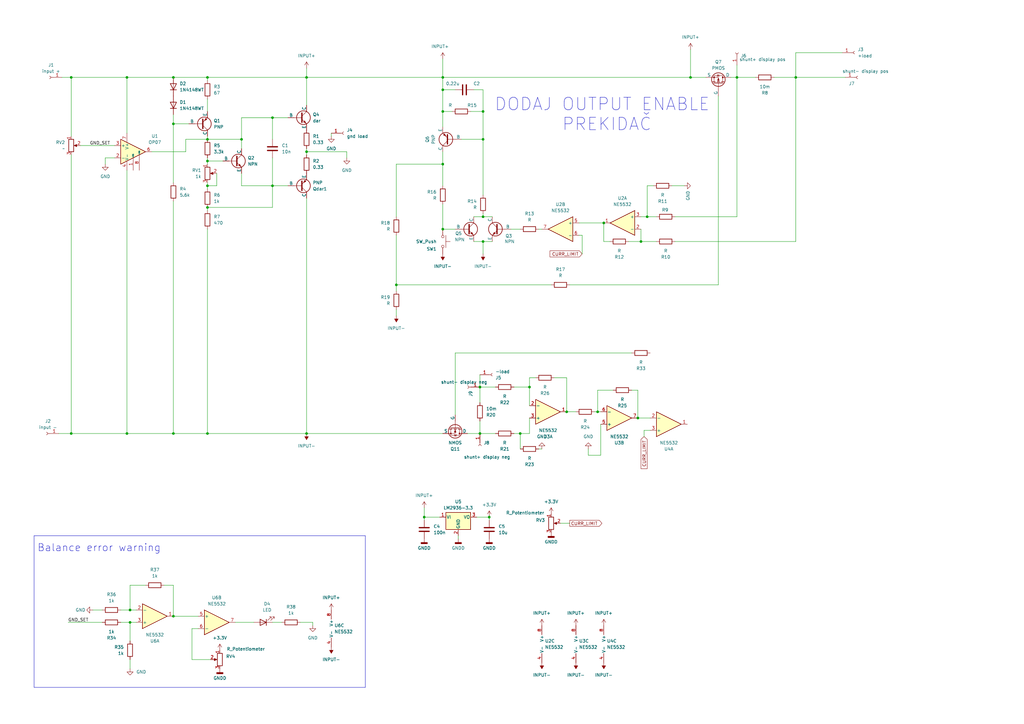
<source format=kicad_sch>
(kicad_sch (version 20250114) (generator "eeschema") (generator_version "9.0")
  (paper "A3")
  (rectangle (start 13.97 219.71) (end 149.86 281.94))
  (text "DODAJ OUTPUT ENABLE \nPREKIDAČ\n" (at 248.92 46.99 0) (effects (font (size 5.08 5.08))))
  (text "Balance error warning" (at 40.64 224.79 0) (effects (font (size 3 3))))
  (junction (at 265.43 88.9))
  (junction (at 71.12 31.75))
  (junction (at 302.26 31.75))
  (junction (at 29.21 31.75))
  (junction (at 326.39 31.75))
  (junction (at 53.34 250.19))
  (junction (at 181.61 45.72))
  (junction (at 198.12 57.15))
  (junction (at 196.85 177.8))
  (junction (at 53.34 255.27))
  (junction (at 85.09 85.09))
  (junction (at 200.66 212.09))
  (junction (at 283.21 31.75))
  (junction (at 213.36 177.8))
  (junction (at 217.17 158.75))
  (junction (at 85.09 66.04))
  (junction (at 85.09 57.15))
  (junction (at 85.09 31.75))
  (junction (at 111.76 48.26))
  (junction (at 111.76 76.2))
  (junction (at 52.07 31.75))
  (junction (at 29.21 177.8))
  (junction (at 125.73 62.23))
  (junction (at 261.62 171.45))
  (junction (at 52.07 177.8))
  (junction (at 181.61 36.83))
  (junction (at 71.12 50.8))
  (junction (at 181.61 67.31))
  (junction (at 198.12 99.06))
  (junction (at 162.56 116.84))
  (junction (at 125.73 177.8))
  (junction (at 99.06 57.15))
  (junction (at 262.89 99.06))
  (junction (at 173.99 212.09))
  (junction (at 198.12 88.9))
  (junction (at 232.41 168.91))
  (junction (at 181.61 31.75))
  (junction (at 247.65 91.44))
  (junction (at 85.09 177.8))
  (junction (at 71.12 177.8))
  (junction (at 196.85 158.75))
  (junction (at 85.09 76.2))
  (junction (at 245.11 168.91))
  (junction (at 125.73 31.75))
  (junction (at 71.12 252.73))
  (junction (at 198.12 45.72))
  (junction (at 181.61 93.98))
  (wire (pts (xy 125.73 62.23) (xy 125.73 63.5)))
  (wire (pts (xy 71.12 252.73) (xy 71.12 240.03)))
  (wire (pts (xy 181.61 83.82) (xy 181.61 93.98)))
  (wire (pts (xy 71.12 31.75) (xy 52.07 31.75)))
  (wire (pts (xy 185.42 45.72) (xy 181.61 45.72)))
  (wire (pts (xy 232.41 168.91) (xy 236.22 168.91)))
  (wire (pts (xy 29.21 63.5) (xy 29.21 177.8)))
  (wire (pts (xy 43.18 64.77) (xy 43.18 67.31)))
  (wire (pts (xy 173.99 213.36) (xy 173.99 212.09)))
  (wire (pts (xy 96.52 255.27) (xy 104.14 255.27)))
  (wire (pts (xy 198.12 57.15) (xy 198.12 80.01)))
  (wire (pts (xy 49.53 255.27) (xy 53.34 255.27)))
  (wire (pts (xy 200.66 212.09) (xy 200.66 213.36)))
  (wire (pts (xy 326.39 21.59) (xy 345.44 21.59)))
  (wire (pts (xy 162.56 88.9) (xy 162.56 67.31)))
  (wire (pts (xy 53.34 270.51) (xy 53.34 274.32)))
  (wire (pts (xy 238.76 96.52) (xy 237.49 96.52)))
  (wire (pts (xy 71.12 46.99) (xy 71.12 50.8)))
  (wire (pts (xy 111.76 255.27) (xy 115.57 255.27)))
  (wire (pts (xy 262.89 99.06) (xy 262.89 93.98)))
  (wire (pts (xy 264.16 179.07) (xy 264.16 176.53)))
  (wire (pts (xy 181.61 36.83) (xy 181.61 45.72)))
  (wire (pts (xy 181.61 67.31) (xy 181.61 62.23)))
  (wire (pts (xy 173.99 212.09) (xy 180.34 212.09)))
  (wire (pts (xy 196.85 158.75) (xy 203.2 158.75)))
  (wire (pts (xy 217.17 171.45) (xy 217.17 177.8)))
  (wire (pts (xy 78.74 257.81) (xy 81.28 257.81)))
  (wire (pts (xy 181.61 31.75) (xy 283.21 31.75)))
  (wire (pts (xy 210.82 177.8) (xy 213.36 177.8)))
  (wire (pts (xy 222.25 93.98) (xy 220.98 93.98)))
  (wire (pts (xy 24.13 177.8) (xy 29.21 177.8)))
  (wire (pts (xy 198.12 36.83) (xy 198.12 45.72)))
  (wire (pts (xy 226.06 116.84) (xy 162.56 116.84)))
  (wire (pts (xy 302.26 26.67) (xy 302.26 31.75)))
  (wire (pts (xy 245.11 160.02) (xy 245.11 168.91)))
  (wire (pts (xy 219.71 154.94) (xy 217.17 154.94)))
  (wire (pts (xy 25.4 31.75) (xy 29.21 31.75)))
  (wire (pts (xy 59.69 240.03) (xy 53.34 240.03)))
  (wire (pts (xy 346.71 31.75) (xy 326.39 31.75)))
  (wire (pts (xy 181.61 67.31) (xy 162.56 67.31)))
  (wire (pts (xy 262.89 88.9) (xy 265.43 88.9)))
  (wire (pts (xy 302.26 88.9) (xy 276.86 88.9)))
  (wire (pts (xy 53.34 240.03) (xy 53.34 250.19)))
  (wire (pts (xy 302.26 88.9) (xy 302.26 31.75)))
  (wire (pts (xy 29.21 31.75) (xy 52.07 31.75)))
  (wire (pts (xy 88.9 71.12) (xy 88.9 76.2)))
  (wire (pts (xy 76.2 57.15) (xy 85.09 57.15)))
  (wire (pts (xy 85.09 33.02) (xy 85.09 31.75)))
  (wire (pts (xy 198.12 99.06) (xy 194.31 99.06)))
  (wire (pts (xy 186.69 36.83) (xy 181.61 36.83)))
  (wire (pts (xy 265.43 76.2) (xy 267.97 76.2)))
  (wire (pts (xy 227.33 154.94) (xy 232.41 154.94)))
  (wire (pts (xy 196.85 172.72) (xy 196.85 177.8)))
  (wire (pts (xy 251.46 160.02) (xy 245.11 160.02)))
  (wire (pts (xy 125.73 81.28) (xy 125.73 177.8)))
  (wire (pts (xy 213.36 93.98) (xy 209.55 93.98)))
  (wire (pts (xy 62.23 62.23) (xy 76.2 62.23)))
  (wire (pts (xy 213.36 177.8) (xy 213.36 184.15)))
  (wire (pts (xy 33.02 59.69) (xy 46.99 59.69)))
  (wire (pts (xy 85.09 76.2) (xy 85.09 77.47)))
  (wire (pts (xy 85.09 64.77) (xy 85.09 66.04)))
  (wire (pts (xy 198.12 57.15) (xy 189.23 57.15)))
  (wire (pts (xy 78.74 270.51) (xy 78.74 257.81)))
  (wire (pts (xy 294.64 116.84) (xy 233.68 116.84)))
  (wire (pts (xy 85.09 74.93) (xy 85.09 76.2)))
  (wire (pts (xy 135.89 54.61) (xy 135.89 55.88)))
  (wire (pts (xy 99.06 71.12) (xy 99.06 76.2)))
  (wire (pts (xy 52.07 69.85) (xy 52.07 177.8)))
  (wire (pts (xy 49.53 250.19) (xy 53.34 250.19)))
  (wire (pts (xy 125.73 27.94) (xy 125.73 31.75)))
  (wire (pts (xy 67.31 240.03) (xy 71.12 240.03)))
  (wire (pts (xy 326.39 31.75) (xy 326.39 21.59)))
  (wire (pts (xy 186.69 93.98) (xy 181.61 93.98)))
  (wire (pts (xy 233.68 214.63) (xy 229.87 214.63)))
  (wire (pts (xy 217.17 177.8) (xy 213.36 177.8)))
  (wire (pts (xy 198.12 45.72) (xy 193.04 45.72)))
  (wire (pts (xy 241.3 186.69) (xy 241.3 184.15)))
  (wire (pts (xy 181.61 45.72) (xy 181.61 52.07)))
  (wire (pts (xy 99.06 57.15) (xy 85.09 57.15)))
  (wire (pts (xy 246.38 173.99) (xy 246.38 186.69)))
  (wire (pts (xy 53.34 250.19) (xy 55.88 250.19)))
  (wire (pts (xy 265.43 76.2) (xy 265.43 88.9)))
  (wire (pts (xy 259.08 144.78) (xy 186.69 144.78)))
  (wire (pts (xy 41.91 250.19) (xy 38.1 250.19)))
  (wire (pts (xy 299.72 31.75) (xy 302.26 31.75)))
  (wire (pts (xy 99.06 48.26) (xy 99.06 57.15)))
  (wire (pts (xy 85.09 85.09) (xy 111.76 85.09)))
  (wire (pts (xy 210.82 158.75) (xy 217.17 158.75)))
  (wire (pts (xy 46.99 64.77) (xy 43.18 64.77)))
  (wire (pts (xy 196.85 165.1) (xy 196.85 158.75)))
  (wire (pts (xy 245.11 168.91) (xy 246.38 168.91)))
  (wire (pts (xy 71.12 177.8) (xy 52.07 177.8)))
  (wire (pts (xy 181.61 24.13) (xy 181.61 31.75)))
  (wire (pts (xy 191.77 177.8) (xy 196.85 177.8)))
  (wire (pts (xy 181.61 67.31) (xy 181.61 76.2)))
  (wire (pts (xy 125.73 43.18) (xy 125.73 31.75)))
  (wire (pts (xy 262.89 99.06) (xy 269.24 99.06)))
  (wire (pts (xy 243.84 168.91) (xy 245.11 168.91)))
  (wire (pts (xy 123.19 255.27) (xy 128.27 255.27)))
  (wire (pts (xy 125.73 62.23) (xy 125.73 60.96)))
  (wire (pts (xy 195.58 212.09) (xy 200.66 212.09)))
  (wire (pts (xy 111.76 64.77) (xy 111.76 76.2)))
  (wire (pts (xy 162.56 129.54) (xy 162.56 127)))
  (wire (pts (xy 246.38 186.69) (xy 241.3 186.69)))
  (wire (pts (xy 85.09 31.75) (xy 71.12 31.75)))
  (wire (pts (xy 326.39 31.75) (xy 326.39 99.06)))
  (wire (pts (xy 198.12 87.63) (xy 198.12 88.9)))
  (wire (pts (xy 71.12 50.8) (xy 71.12 74.93)))
  (wire (pts (xy 29.21 55.88) (xy 29.21 31.75)))
  (wire (pts (xy 261.62 171.45) (xy 266.7 171.45)))
  (wire (pts (xy 264.16 176.53) (xy 266.7 176.53)))
  (wire (pts (xy 71.12 252.73) (xy 81.28 252.73)))
  (wire (pts (xy 237.49 91.44) (xy 247.65 91.44)))
  (wire (pts (xy 27.94 255.27) (xy 41.91 255.27)))
  (wire (pts (xy 85.09 57.15) (xy 85.09 55.88)))
  (wire (pts (xy 162.56 119.38) (xy 162.56 116.84)))
  (wire (pts (xy 85.09 31.75) (xy 125.73 31.75)))
  (wire (pts (xy 125.73 31.75) (xy 181.61 31.75)))
  (wire (pts (xy 29.21 177.8) (xy 52.07 177.8)))
  (wire (pts (xy 85.09 85.09) (xy 85.09 86.36)))
  (wire (pts (xy 261.62 160.02) (xy 261.62 171.45)))
  (wire (pts (xy 111.76 76.2) (xy 118.11 76.2)))
  (wire (pts (xy 194.31 36.83) (xy 198.12 36.83)))
  (wire (pts (xy 265.43 88.9) (xy 269.24 88.9)))
  (wire (pts (xy 85.09 66.04) (xy 91.44 66.04)))
  (wire (pts (xy 186.69 144.78) (xy 186.69 170.18)))
  (wire (pts (xy 232.41 154.94) (xy 232.41 168.91)))
  (wire (pts (xy 187.96 219.71) (xy 187.96 220.98)))
  (wire (pts (xy 118.11 48.26) (xy 111.76 48.26)))
  (wire (pts (xy 53.34 262.89) (xy 53.34 255.27)))
  (wire (pts (xy 196.85 177.8) (xy 203.2 177.8)))
  (wire (pts (xy 111.76 48.26) (xy 111.76 57.15)))
  (wire (pts (xy 181.61 31.75) (xy 181.61 36.83)))
  (wire (pts (xy 99.06 60.96) (xy 99.06 57.15)))
  (wire (pts (xy 142.24 64.77) (xy 142.24 62.23)))
  (wire (pts (xy 217.17 154.94) (xy 217.17 158.75)))
  (wire (pts (xy 201.93 88.9) (xy 198.12 88.9)))
  (wire (pts (xy 198.12 99.06) (xy 198.12 104.14)))
  (wire (pts (xy 86.36 270.51) (xy 78.74 270.51)))
  (wire (pts (xy 99.06 48.26) (xy 111.76 48.26)))
  (wire (pts (xy 317.5 31.75) (xy 326.39 31.75)))
  (wire (pts (xy 71.12 177.8) (xy 85.09 177.8)))
  (wire (pts (xy 217.17 158.75) (xy 217.17 166.37)))
  (wire (pts (xy 162.56 96.52) (xy 162.56 116.84)))
  (wire (pts (xy 302.26 31.75) (xy 309.88 31.75)))
  (wire (pts (xy 128.27 255.27) (xy 128.27 256.54)))
  (wire (pts (xy 238.76 104.14) (xy 238.76 96.52)))
  (wire (pts (xy 280.67 76.2) (xy 275.59 76.2)))
  (wire (pts (xy 111.76 76.2) (xy 111.76 85.09)))
  (wire (pts (xy 71.12 50.8) (xy 77.47 50.8)))
  (wire (pts (xy 85.09 66.04) (xy 85.09 67.31)))
  (wire (pts (xy 198.12 88.9) (xy 194.31 88.9)))
  (wire (pts (xy 52.07 31.75) (xy 52.07 54.61)))
  (wire (pts (xy 196.85 158.75) (xy 196.85 153.67)))
  (wire (pts (xy 85.09 76.2) (xy 88.9 76.2)))
  (wire (pts (xy 198.12 45.72) (xy 198.12 57.15)))
  (wire (pts (xy 181.61 177.8) (xy 125.73 177.8)))
  (wire (pts (xy 259.08 160.02) (xy 261.62 160.02)))
  (wire (pts (xy 250.19 99.06) (xy 247.65 99.06)))
  (wire (pts (xy 76.2 62.23) (xy 76.2 57.15)))
  (wire (pts (xy 71.12 82.55) (xy 71.12 177.8)))
  (wire (pts (xy 283.21 20.32) (xy 283.21 31.75)))
  (wire (pts (xy 99.06 76.2) (xy 111.76 76.2)))
  (wire (pts (xy 257.81 99.06) (xy 262.89 99.06)))
  (wire (pts (xy 326.39 99.06) (xy 276.86 99.06)))
  (wire (pts (xy 53.34 255.27) (xy 55.88 255.27)))
  (wire (pts (xy 201.93 99.06) (xy 198.12 99.06)))
  (wire (pts (xy 85.09 40.64) (xy 85.09 45.72)))
  (wire (pts (xy 173.99 208.28) (xy 173.99 212.09)))
  (wire (pts (xy 294.64 39.37) (xy 294.64 116.84)))
  (wire (pts (xy 85.09 177.8) (xy 85.09 93.98)))
  (wire (pts (xy 220.98 184.15) (xy 222.25 184.15)))
  (wire (pts (xy 85.09 177.8) (xy 125.73 177.8)))
  (wire (pts (xy 142.24 62.23) (xy 125.73 62.23)))
  (wire (pts (xy 289.56 31.75) (xy 283.21 31.75)))
  (wire (pts (xy 247.65 99.06) (xy 247.65 91.44)))
  (label "GND_SET" (at 27.94 255.27 0))
  (label "GND_SET" (at 36.83 59.69 0))
  (global_label "CURR_LIMIT" (shape input) (at 264.16 179.07 270) (property "Intersheetrefs" "${INTERSHEET_REFS}" (effects (hide yes))))
  (global_label "CURR_LIMIT" (shape input) (at 238.76 104.14 180) (property "Intersheetrefs" "${INTERSHEET_REFS}" (effects (hide yes))))
  (global_label "CURR_LIMIT" (shape output) (at 233.68 214.63 0) (property "Intersheetrefs" "${INTERSHEET_REFS}" (effects (hide yes))))
  (symbol (lib_id "Device:R") (at 45.72 255.27 90) (mirror x) (unit 1)
    (property "Reference" "R34" (at 45.72 261.62 90))
    (property "Value" "1k" (at 45.72 259.08 90))
    (property "Footprint" "Resistor_SMD:R_1206_3216Metric" (effects (hide yes)))
    (property "Description" "Resistor" (effects (hide yes)))
  )
  (symbol (lib_id "power:GNDD") (at 226.06 218.44 0) (unit 1)
    (property "Reference" "#PWR021" (effects (hide yes)))
    (property "Value" "GNDD" (at 226.06 222.25 0))
    (property "Description" "Power symbol creates a global label with name \"GNDD\" , digital ground" (effects (hide yes)))
  )
  (symbol (lib_id "Device:R") (at 125.73 67.31 0) (unit 1)
    (property "Reference" "R2" (at 128.27 66.0399 0) (effects (justify left)))
    (property "Value" "0.33" (at 128.27 68.5799 0) (effects (justify left)))
    (property "Footprint" "Resistor_SMD:R_2512_6332Metric" (effects (hide yes)))
    (property "Description" "Resistor" (effects (hide yes)))
  )
  (symbol (lib_id "Amplifier_Operational:NE5532") (at 88.9 255.27 0) (unit 2)
    (property "Reference" "U6" (at 88.9 245.11 0))
    (property "Value" "NE5532" (at 88.9 247.65 0))
    (property "Footprint" "Package_SO:SOIC-8_3.9x4.9mm_P1.27mm" (effects (hide yes)))
    (property "Datasheet" "http://www.ti.com/lit/ds/symlink/ne5532.pdf" (effects (hide yes)))
    (property "Description" "Dual Low-Noise Operational Amplifiers, DIP-8/SOIC-8" (effects (hide yes)))
  )
  (symbol (lib_id "Connector:Conn_01x01_Socket") (at 196.85 182.88 90) (mirror x) (unit 1)
    (property "Reference" "J8" (at 198.374 181.61 90) (effects (justify right)))
    (property "Value" "shunt+ display neg" (at 190.246 187.452 90) (effects (justify right)))
    (property "Footprint" "Connector_PinHeader_1.00mm:PinHeader_1x02_P1.00mm_Vertical" (effects (hide yes)))
    (property "Description" "Generic connector, single row, 01x01, script generated" (effects (hide yes)))
  )
  (symbol (lib_id "power:VCC") (at 247.65 256.54 0) (unit 1)
    (property "Reference" "#PWR024" (effects (hide yes)))
    (property "Value" "INPUT+" (at 247.65 251.46 0))
    (property "Description" "Power symbol creates a global label with name \"VCC\"" (effects (hide yes)))
  )
  (symbol (lib_id "Device:R") (at 223.52 154.94 90) (mirror x) (unit 1)
    (property "Reference" "R26" (at 223.52 161.29 90))
    (property "Value" "R" (at 223.52 158.75 90))
    (property "Footprint" "Resistor_SMD:R_1206_3216Metric" (effects (hide yes)))
    (property "Description" "Resistor" (effects (hide yes)))
  )
  (symbol (lib_id "Device:R") (at 262.89 144.78 270) (mirror x) (unit 1)
    (property "Reference" "R33" (at 262.89 151.13 90))
    (property "Value" "R" (at 262.89 148.59 90))
    (property "Footprint" "Resistor_SMD:R_1206_3216Metric" (effects (hide yes)))
    (property "Description" "Resistor" (effects (hide yes)))
  )
  (symbol (lib_id "power:+3.3V") (at 200.66 212.09 0) (unit 1)
    (property "Reference" "#PWR019" (effects (hide yes)))
    (property "Value" "+3.3V" (at 200.66 207.01 0))
    (property "Description" "Power symbol creates a global label with name \"+3.3V\"" (effects (hide yes)))
  )
  (symbol (lib_id "power:VCC") (at 222.25 256.54 0) (unit 1)
    (property "Reference" "#PWR022" (effects (hide yes)))
    (property "Value" "INPUT+" (at 222.25 251.46 0))
    (property "Description" "Power symbol creates a global label with name \"VCC\"" (effects (hide yes)))
  )
  (symbol (lib_id "Simulation_SPICE:NPN") (at 123.19 48.26 0) (unit 1)
    (property "Reference" "Q4" (at 128.27 46.9899 0) (effects (justify left)))
    (property "Value" "dar" (at 128.27 49.5299 0) (effects (justify left)))
    (property "Footprint" "Package_TO_SOT_THT:TO-220-3_Vertical" (effects (hide yes)))
    (property "Datasheet" "https://ngspice.sourceforge.io/docs/ngspice-html-manual/manual.xhtml#cha_BJTs" (effects (hide yes)))
    (property "Description" "Bipolar transistor symbol for simulation only, substrate tied to the emitter" (effects (hide yes)))
    (property "Sim.Device" "NPN" (effects (hide yes)))
    (property "Sim.Type" "GUMMELPOON" (effects (hide yes)))
    (property "Sim.Pins" "1=C 2=B 3=E" (effects (hide yes)))
  )
  (symbol (lib_id "power:VCC") (at 236.22 256.54 0) (unit 1)
    (property "Reference" "#PWR023" (effects (hide yes)))
    (property "Value" "INPUT+" (at 236.22 251.46 0))
    (property "Description" "Power symbol creates a global label with name \"VCC\"" (effects (hide yes)))
  )
  (symbol (lib_id "Simulation_SPICE:NPN") (at 204.47 93.98 0) (mirror y) (unit 1)
    (property "Reference" "Q3" (at 210.058 96.774 0) (effects (justify left)))
    (property "Value" "NPN" (at 211.074 99.06 0) (effects (justify left)))
    (property "Footprint" "Package_TO_SOT_SMD:SOT-23" (effects (hide yes)))
    (property "Datasheet" "https://ngspice.sourceforge.io/docs/ngspice-html-manual/manual.xhtml#cha_BJTs" (effects (hide yes)))
    (property "Description" "Bipolar transistor symbol for simulation only, substrate tied to the emitter" (effects (hide yes)))
    (property "Sim.Device" "NPN" (effects (hide yes)))
    (property "Sim.Type" "GUMMELPOON" (effects (hide yes)))
    (property "Sim.Pins" "1=C 2=B 3=E" (effects (hide yes)))
  )
  (symbol (lib_id "power:GND") (at 38.1 250.19 270) (mirror x) (unit 1)
    (property "Reference" "#PWR031" (effects (hide yes)))
    (property "Value" "GND" (at 33.02 250.19 90))
    (property "Description" "Power symbol creates a global label with name \"GND\" , ground" (effects (hide yes)))
  )
  (symbol (lib_id "power:GND") (at 43.18 67.31 0) (unit 1)
    (property "Reference" "#PWR02" (effects (hide yes)))
    (property "Value" "GND" (at 43.18 72.39 0))
    (property "Description" "Power symbol creates a global label with name \"GND\" , ground" (effects (hide yes)))
  )
  (symbol (lib_id "power:VEE") (at 247.65 271.78 180) (unit 1)
    (property "Reference" "#PWR027" (effects (hide yes)))
    (property "Value" "INPUT-" (at 247.65 276.86 0))
    (property "Description" "Power symbol creates a global label with name \"VEE\"" (effects (hide yes)))
  )
  (symbol (lib_id "Connector:Conn_01x01_Socket") (at 302.26 21.59 90) (unit 1)
    (property "Reference" "J6" (at 303.784 22.86 90) (effects (justify right)))
    (property "Value" "shunt+ display pos" (at 303.276 24.384 90) (effects (justify right)))
    (property "Footprint" "Connector_PinHeader_1.00mm:PinHeader_1x02_P1.00mm_Vertical" (effects (hide yes)))
    (property "Description" "Generic connector, single row, 01x01, script generated" (effects (hide yes)))
  )
  (symbol (lib_id "Simulation_SPICE:PMOS") (at 294.64 34.29 270) (mirror x) (unit 1)
    (property "Reference" "Q7" (at 294.64 25.4 90))
    (property "Value" "PMOS" (at 294.64 27.94 90))
    (property "Footprint" "Package_TO_SOT_THT:TO-220-3_Vertical" (effects (hide yes)))
    (property "Datasheet" "https://ngspice.sourceforge.io/docs/ngspice-html-manual/manual.xhtml#cha_MOSFETs" (effects (hide yes)))
    (property "Description" "P-MOSFET transistor, drain/source/gate" (effects (hide yes)))
    (property "Sim.Device" "PMOS" (effects (hide yes)))
    (property "Sim.Type" "VDMOS" (effects (hide yes)))
    (property "Sim.Pins" "1=D 2=G 3=S" (effects (hide yes)))
  )
  (symbol (lib_id "Device:R") (at 240.03 168.91 90) (mirror x) (unit 1)
    (property "Reference" "R24" (at 240.03 175.26 90))
    (property "Value" "R" (at 240.03 172.72 90))
    (property "Footprint" "Resistor_SMD:R_1206_3216Metric" (effects (hide yes)))
    (property "Description" "Resistor" (effects (hide yes)))
  )
  (symbol (lib_id "Device:R") (at 198.12 83.82 0) (mirror y) (unit 1)
    (property "Reference" "R14" (at 195.58 82.5499 0) (effects (justify left)))
    (property "Value" "R" (at 195.58 85.0899 0) (effects (justify left)))
    (property "Footprint" "Resistor_SMD:R_1206_3216Metric" (effects (hide yes)))
    (property "Description" "Resistor" (effects (hide yes)))
  )
  (symbol (lib_id "Device:R") (at 162.56 123.19 0) (mirror y) (unit 1)
    (property "Reference" "R19" (at 160.02 121.9199 0) (effects (justify left)))
    (property "Value" "R" (at 160.02 124.4599 0) (effects (justify left)))
    (property "Footprint" "Resistor_SMD:R_1206_3216Metric" (effects (hide yes)))
    (property "Description" "Resistor" (effects (hide yes)))
  )
  (symbol (lib_id "power:GNDD") (at 90.17 274.32 0) (unit 1)
    (property "Reference" "#PWR030" (effects (hide yes)))
    (property "Value" "GNDD" (at 90.17 278.13 0))
    (property "Description" "Power symbol creates a global label with name \"GNDD\" , digital ground" (effects (hide yes)))
  )
  (symbol (lib_id "Device:R") (at 119.38 255.27 90) (unit 1)
    (property "Reference" "R38" (at 119.38 248.92 90))
    (property "Value" "1k" (at 119.38 251.46 90))
    (property "Footprint" "Resistor_SMD:R_1206_3216Metric" (effects (hide yes)))
    (property "Description" "Resistor" (effects (hide yes)))
  )
  (symbol (lib_id "Device:R_Potentiometer") (at 85.09 71.12 0) (unit 1)
    (property "Reference" "RV1" (at 82.55 69.8499 0) (effects (justify right)))
    (property "Value" "1k" (at 82.55 72.3899 0) (effects (justify right)))
    (property "Footprint" "Potentiometer_SMD:Potentiometer_ACP_CA6-VSMD_Vertical" (effects (hide yes)))
    (property "Description" "Potentiometer" (effects (hide yes)))
  )
  (symbol (lib_id "power:VEE") (at 162.56 129.54 180) (unit 1)
    (property "Reference" "#PWR05" (effects (hide yes)))
    (property "Value" "INPUT-" (at 162.56 134.62 0))
    (property "Description" "Power symbol creates a global label with name \"VEE\"" (effects (hide yes)))
  )
  (symbol (lib_id "Device:R_Potentiometer") (at 226.06 214.63 0) (unit 1)
    (property "Reference" "RV3" (at 223.52 213.3599 0) (effects (justify right)))
    (property "Value" "R_Potentiometer" (at 223.266 210.312 0) (effects (justify right)))
    (property "Footprint" "Potentiometer_SMD:Potentiometer_ACP_CA6-VSMD_Vertical" (effects (hide yes)))
    (property "Description" "Potentiometer" (effects (hide yes)))
  )
  (symbol (lib_id "power:GND") (at 135.89 55.88 0) (unit 1)
    (property "Reference" "#PWR034" (effects (hide yes)))
    (property "Value" "GND" (at 135.89 60.96 0))
    (property "Description" "Power symbol creates a global label with name \"GND\" , ground" (effects (hide yes)))
  )
  (symbol (lib_id "Device:R") (at 181.61 80.01 0) (mirror y) (unit 1)
    (property "Reference" "R16" (at 179.07 78.7399 0) (effects (justify left)))
    (property "Value" "R" (at 179.07 81.2799 0) (effects (justify left)))
    (property "Footprint" "Resistor_SMD:R_1206_3216Metric" (effects (hide yes)))
    (property "Description" "Resistor" (effects (hide yes)))
  )
  (symbol (lib_id "Connector:Conn_01x01_Socket") (at 20.32 31.75 180) (unit 1)
    (property "Reference" "J1" (at 20.955 26.67 0))
    (property "Value" "input +" (at 20.955 29.21 0))
    (property "Footprint" "Connector:Banana_Jack_1Pin" (effects (hide yes)))
    (property "Description" "Generic connector, single row, 01x01, script generated" (effects (hide yes)))
  )
  (symbol (lib_id "Amplifier_Operational:NE5532") (at 254 171.45 0) (mirror x) (unit 2)
    (property "Reference" "U3" (at 254 181.61 0))
    (property "Value" "NE5532" (at 254 179.07 0))
    (property "Footprint" "Package_SO:SOIC-8_3.9x4.9mm_P1.27mm" (effects (hide yes)))
    (property "Datasheet" "http://www.ti.com/lit/ds/symlink/ne5532.pdf" (effects (hide yes)))
    (property "Description" "Dual Low-Noise Operational Amplifiers, DIP-8/SOIC-8" (effects (hide yes)))
  )
  (symbol (lib_id "Device:R") (at 71.12 78.74 0) (unit 1)
    (property "Reference" "R4" (at 73.66 77.4699 0) (effects (justify left)))
    (property "Value" "5.6k" (at 73.66 80.0099 0) (effects (justify left)))
    (property "Footprint" "Resistor_SMD:R_1206_3216Metric" (effects (hide yes)))
    (property "Description" "Resistor" (effects (hide yes)))
  )
  (symbol (lib_id "Device:R") (at 162.56 92.71 0) (mirror y) (unit 1)
    (property "Reference" "R18" (at 160.02 91.4399 0) (effects (justify left)))
    (property "Value" "R" (at 160.02 93.9799 0) (effects (justify left)))
    (property "Footprint" "Resistor_SMD:R_1206_3216Metric" (effects (hide yes)))
    (property "Description" "Resistor" (effects (hide yes)))
  )
  (symbol (lib_id "power:GNDD") (at 187.96 220.98 0) (unit 1)
    (property "Reference" "#PWR018" (effects (hide yes)))
    (property "Value" "GNDD" (at 187.96 224.79 0))
    (property "Description" "Power symbol creates a global label with name \"GNDD\" , digital ground" (effects (hide yes)))
  )
  (symbol (lib_id "Simulation_SPICE:NPN") (at 191.77 93.98 0) (unit 1)
    (property "Reference" "Q5" (at 186.69 95.758 0) (effects (justify left)))
    (property "Value" "NPN" (at 186.436 98.298 0) (effects (justify left)))
    (property "Footprint" "Package_TO_SOT_SMD:SOT-23" (effects (hide yes)))
    (property "Datasheet" "https://ngspice.sourceforge.io/docs/ngspice-html-manual/manual.xhtml#cha_BJTs" (effects (hide yes)))
    (property "Description" "Bipolar transistor symbol for simulation only, substrate tied to the emitter" (effects (hide yes)))
    (property "Sim.Device" "NPN" (effects (hide yes)))
    (property "Sim.Type" "GUMMELPOON" (effects (hide yes)))
    (property "Sim.Pins" "1=C 2=B 3=E" (effects (hide yes)))
  )
  (symbol (lib_id "power:GND") (at 241.3 184.15 0) (mirror x) (unit 1)
    (property "Reference" "#PWR011" (effects (hide yes)))
    (property "Value" "GND" (at 241.3 179.07 0))
    (property "Description" "Power symbol creates a global label with name \"GND\" , ground" (effects (hide yes)))
  )
  (symbol (lib_id "Connector:Conn_01x01_Socket") (at 201.93 153.67 0) (mirror x) (unit 1)
    (property "Reference" "J5" (at 203.2 154.9401 0) (effects (justify left)))
    (property "Value" "-load" (at 203.2 152.4001 0) (effects (justify left)))
    (property "Footprint" "Connector:Banana_Jack_1Pin" (effects (hide yes)))
    (property "Description" "Generic connector, single row, 01x01, script generated" (effects (hide yes)))
  )
  (symbol (lib_id "Amplifier_Operational:NE5532") (at 255.27 91.44 0) (mirror y) (unit 1)
    (property "Reference" "U2" (at 255.27 81.28 0))
    (property "Value" "NE5532" (at 255.27 83.82 0))
    (property "Footprint" "Package_SO:SOIC-8_3.9x4.9mm_P1.27mm" (effects (hide yes)))
    (property "Datasheet" "http://www.ti.com/lit/ds/symlink/ne5532.pdf" (effects (hide yes)))
    (property "Description" "Dual Low-Noise Operational Amplifiers, DIP-8/SOIC-8" (effects (hide yes)))
  )
  (symbol (lib_id "power:GND") (at 128.27 256.54 0) (unit 1)
    (property "Reference" "#PWR032" (effects (hide yes)))
    (property "Value" "GND" (at 128.27 261.62 0))
    (property "Description" "Power symbol creates a global label with name \"GND\" , ground" (effects (hide yes)))
  )
  (symbol (lib_id "Device:R") (at 271.78 76.2 90) (mirror x) (unit 1)
    (property "Reference" "R11" (at 271.78 82.55 90))
    (property "Value" "R" (at 271.78 80.01 90))
    (property "Footprint" "Resistor_SMD:R_1206_3216Metric" (effects (hide yes)))
    (property "Description" "Resistor" (effects (hide yes)))
  )
  (symbol (lib_id "Device:R") (at 313.69 31.75 90) (mirror x) (unit 1)
    (property "Reference" "R8" (at 313.69 38.1 90))
    (property "Value" "10m" (at 313.69 35.56 90))
    (property "Footprint" "Resistor_SMD:R_2512_6332Metric" (effects (hide yes)))
    (property "Description" "Resistor" (effects (hide yes)))
  )
  (symbol (lib_id "Simulation_SPICE:NMOS") (at 186.69 175.26 270) (unit 1)
    (property "Reference" "Q11" (at 186.69 184.15 90))
    (property "Value" "NMOS" (at 186.69 181.61 90))
    (property "Footprint" "Package_TO_SOT_THT:TO-220-3_Vertical" (effects (hide yes)))
    (property "Datasheet" "https://ngspice.sourceforge.io/docs/ngspice-html-manual/manual.xhtml#cha_MOSFETs" (effects (hide yes)))
    (property "Description" "N-MOSFET transistor, drain/source/gate" (effects (hide yes)))
    (property "Sim.Device" "NMOS" (effects (hide yes)))
    (property "Sim.Type" "VDMOS" (effects (hide yes)))
    (property "Sim.Pins" "1=D 2=G 3=S" (effects (hide yes)))
  )
  (symbol (lib_id "power:VCC") (at 173.99 208.28 0) (unit 1)
    (property "Reference" "#PWR033" (effects (hide yes)))
    (property "Value" "INPUT+" (at 173.99 203.2 0))
    (property "Description" "Power symbol creates a global label with name \"VCC\"" (effects (hide yes)))
  )
  (symbol (lib_id "power:VEE") (at 236.22 271.78 180) (unit 1)
    (property "Reference" "#PWR026" (effects (hide yes)))
    (property "Value" "INPUT-" (at 236.22 276.86 0))
    (property "Description" "Power symbol creates a global label with name \"VEE\"" (effects (hide yes)))
  )
  (symbol (lib_id "Simulation_SPICE:PNP") (at 123.19 76.2 0) (mirror x) (unit 1)
    (property "Reference" "Qdar1" (at 128.27 77.4701 0) (effects (justify left)))
    (property "Value" "PNP" (at 128.27 74.9301 0) (effects (justify left)))
    (property "Footprint" "Package_TO_SOT_THT:TO-220-3_Vertical" (effects (hide yes)))
    (property "Datasheet" "https://ngspice.sourceforge.io/docs/ngspice-html-manual/manual.xhtml#cha_BJTs" (effects (hide yes)))
    (property "Description" "Bipolar transistor symbol for simulation only, substrate tied to the emitter" (effects (hide yes)))
    (property "Sim.Device" "PNP" (effects (hide yes)))
    (property "Sim.Type" "GUMMELPOON" (effects (hide yes)))
    (property "Sim.Pins" "1=C 2=B 3=E" (effects (hide yes)))
  )
  (symbol (lib_id "Amplifier_Operational:NE5532") (at 274.32 173.99 0) (mirror x) (unit 1)
    (property "Reference" "U4" (at 274.32 184.15 0))
    (property "Value" "NE5532" (at 274.32 181.61 0))
    (property "Footprint" "Package_SO:SOIC-8_3.9x4.9mm_P1.27mm" (effects (hide yes)))
    (property "Datasheet" "http://www.ti.com/lit/ds/symlink/ne5532.pdf" (effects (hide yes)))
    (property "Description" "Dual Low-Noise Operational Amplifiers, DIP-8/SOIC-8" (effects (hide yes)))
  )
  (symbol (lib_id "Device:R") (at 217.17 93.98 270) (mirror x) (unit 1)
    (property "Reference" "R13" (at 217.17 87.63 90))
    (property "Value" "R" (at 217.17 90.17 90))
    (property "Footprint" "Resistor_SMD:R_1206_3216Metric" (effects (hide yes)))
    (property "Description" "Resistor" (effects (hide yes)))
  )
  (symbol (lib_id "Amplifier_Operational:OP07") (at 54.61 62.23 0) (unit 1)
    (property "Reference" "U1" (at 63.5 55.8098 0))
    (property "Value" "OP07" (at 63.5 58.3498 0))
    (property "Footprint" "Package_SO:SOIC-8_3.9x4.9mm_P1.27mm" (effects (hide yes)))
    (property "Datasheet" "https://www.analog.com/media/en/technical-documentation/data-sheets/OP07.pdf" (effects (hide yes)))
    (property "Description" "Single Ultra-Low Offset Voltage Operational Amplifier, DIP-8/SOIC-8" (effects (hide yes)))
  )
  (symbol (lib_id "Device:R") (at 217.17 184.15 90) (mirror x) (unit 1)
    (property "Reference" "R23" (at 217.17 190.5 90))
    (property "Value" "R" (at 217.17 187.96 90))
    (property "Footprint" "Resistor_SMD:R_1206_3216Metric" (effects (hide yes)))
    (property "Description" "Resistor" (effects (hide yes)))
  )
  (symbol (lib_id "Connector:Conn_01x01_Socket") (at 191.77 158.75 0) (mirror y) (unit 1)
    (property "Reference" "J9" (at 193.04 160.274 90) (effects (justify right)))
    (property "Value" "shunt- display neg" (at 180.848 156.718 0) (effects (justify right)))
    (property "Footprint" "Connector_PinHeader_1.00mm:PinHeader_1x01_P1.00mm_Vertical" (effects (hide yes)))
    (property "Description" "Generic connector, single row, 01x01, script generated" (effects (hide yes)))
  )
  (symbol (lib_id "Connector:Conn_01x01_Socket") (at 19.05 177.8 180) (unit 1)
    (property "Reference" "J2" (at 19.685 172.72 0))
    (property "Value" "input -" (at 19.685 175.26 0))
    (property "Footprint" "Connector:Banana_Jack_1Pin" (effects (hide yes)))
    (property "Description" "Generic connector, single row, 01x01, script generated" (effects (hide yes)))
  )
  (symbol (lib_id "Device:R") (at 85.09 90.17 0) (unit 1)
    (property "Reference" "R7" (at 87.63 88.8999 0) (effects (justify left)))
    (property "Value" "470" (at 87.63 91.4399 0) (effects (justify left)))
    (property "Footprint" "Resistor_SMD:R_1206_3216Metric" (effects (hide yes)))
    (property "Description" "Resistor" (effects (hide yes)))
  )
  (symbol (lib_id "power:+3.3V") (at 90.17 266.7 0) (unit 1)
    (property "Reference" "#PWR029" (effects (hide yes)))
    (property "Value" "+3.3V" (at 90.17 261.62 0))
    (property "Description" "Power symbol creates a global label with name \"+3.3V\"" (effects (hide yes)))
  )
  (symbol (lib_id "power:VEE") (at 198.12 104.14 180) (unit 1)
    (property "Reference" "#PWR04" (effects (hide yes)))
    (property "Value" "INPUT-" (at 198.12 109.22 0))
    (property "Description" "Power symbol creates a global label with name \"VEE\"" (effects (hide yes)))
  )
  (symbol (lib_id "Device:C") (at 111.76 60.96 0) (unit 1)
    (property "Reference" "C1" (at 115.57 59.6899 0) (effects (justify left)))
    (property "Value" "10n" (at 115.57 62.2299 0) (effects (justify left)))
    (property "Footprint" "Capacitor_SMD:C_1206_3216Metric" (effects (hide yes)))
    (property "Description" "Unpolarized capacitor" (effects (hide yes)))
  )
  (symbol (lib_id "Amplifier_Operational:NE5532") (at 250.19 264.16 0) (unit 3)
    (property "Reference" "U4" (at 248.92 262.8899 0) (effects (justify left)))
    (property "Value" "NE5532" (at 248.92 265.4299 0) (effects (justify left)))
    (property "Footprint" "Package_SO:SOIC-8_3.9x4.9mm_P1.27mm" (effects (hide yes)))
    (property "Datasheet" "http://www.ti.com/lit/ds/symlink/ne5532.pdf" (effects (hide yes)))
    (property "Description" "Dual Low-Noise Operational Amplifiers, DIP-8/SOIC-8" (effects (hide yes)))
  )
  (symbol (lib_id "Amplifier_Operational:NE5532") (at 229.87 93.98 0) (mirror y) (unit 2)
    (property "Reference" "U2" (at 229.87 83.82 0))
    (property "Value" "NE5532" (at 229.87 86.36 0))
    (property "Footprint" "Package_SO:SOIC-8_3.9x4.9mm_P1.27mm" (effects (hide yes)))
    (property "Datasheet" "http://www.ti.com/lit/ds/symlink/ne5532.pdf" (effects (hide yes)))
    (property "Description" "Dual Low-Noise Operational Amplifiers, DIP-8/SOIC-8" (effects (hide yes)))
  )
  (symbol (lib_id "power:GND") (at 222.25 184.15 0) (mirror x) (unit 1)
    (property "Reference" "#PWR014" (effects (hide yes)))
    (property "Value" "GND" (at 222.25 179.07 0))
    (property "Description" "Power symbol creates a global label with name \"GND\" , ground" (effects (hide yes)))
  )
  (symbol (lib_id "power:VEE") (at 125.73 177.8 180) (unit 1)
    (property "Reference" "#PWR08" (effects (hide yes)))
    (property "Value" "INPUT-" (at 125.73 182.88 0))
    (property "Description" "Power symbol creates a global label with name \"VEE\"" (effects (hide yes)))
  )
  (symbol (lib_id "Device:R") (at 85.09 81.28 0) (unit 1)
    (property "Reference" "R6" (at 87.63 80.0099 0) (effects (justify left)))
    (property "Value" "1k" (at 87.63 82.5499 0) (effects (justify left)))
    (property "Footprint" "Resistor_SMD:R_1206_3216Metric" (effects (hide yes)))
    (property "Description" "Resistor" (effects (hide yes)))
  )
  (symbol (lib_id "Amplifier_Operational:NE5532") (at 224.79 168.91 0) (mirror x) (unit 1)
    (property "Reference" "U3" (at 224.79 179.07 0))
    (property "Value" "NE5532" (at 224.79 176.53 0))
    (property "Footprint" "Package_SO:SOIC-8_3.9x4.9mm_P1.27mm" (effects (hide yes)))
    (property "Datasheet" "http://www.ti.com/lit/ds/symlink/ne5532.pdf" (effects (hide yes)))
    (property "Description" "Dual Low-Noise Operational Amplifiers, DIP-8/SOIC-8" (effects (hide yes)))
  )
  (symbol (lib_id "Device:R") (at 189.23 45.72 90) (mirror x) (unit 1)
    (property "Reference" "R15" (at 195.58 43.18 90) (effects (justify left)))
    (property "Value" "R" (at 185.42 43.18 90) (effects (justify left)))
    (property "Footprint" "Resistor_SMD:R_1206_3216Metric" (effects (hide yes)))
    (property "Description" "Resistor" (effects (hide yes)))
  )
  (symbol (lib_id "Diode:1N4148WT") (at 71.12 35.56 90) (unit 1)
    (property "Reference" "D2" (at 73.66 34.2899 90) (effects (justify right)))
    (property "Value" "1N4148WT" (at 73.66 36.8299 90) (effects (justify right)))
    (property "Footprint" "Diode_SMD:D_SOD-523" (effects (hide yes)))
    (property "Datasheet" "https://www.diodes.com/assets/Datasheets/ds30396.pdf" (effects (hide yes)))
    (property "Description" "75V 0.15A Fast switching Diode, SOD-523" (effects (hide yes)))
    (property "Sim.Device" "D" (effects (hide yes)))
    (property "Sim.Pins" "1=K 2=A" (effects (hide yes)))
  )
  (symbol (lib_id "Device:C") (at 190.5 36.83 90) (unit 1)
    (property "Reference" "C2" (at 196.85 34.29 90) (effects (justify left)))
    (property "Value" "0.22u" (at 182.88 34.29 90) (effects (justify right)))
    (property "Footprint" "Capacitor_SMD:C_1206_3216Metric" (effects (hide yes)))
    (property "Description" "Unpolarized capacitor" (effects (hide yes)))
  )
  (symbol (lib_id "Device:R") (at 53.34 266.7 0) (mirror x) (unit 1)
    (property "Reference" "R35" (at 50.8 265.4299 0) (effects (justify right)))
    (property "Value" "1k" (at 50.8 267.9699 0) (effects (justify right)))
    (property "Footprint" "Resistor_SMD:R_1206_3216Metric" (effects (hide yes)))
    (property "Description" "Resistor" (effects (hide yes)))
  )
  (symbol (lib_id "power:VEE") (at 181.61 104.14 180) (unit 1)
    (property "Reference" "#PWR013" (effects (hide yes)))
    (property "Value" "INPUT-" (at 181.61 109.22 0))
    (property "Description" "Power symbol creates a global label with name \"VEE\"" (effects (hide yes)))
  )
  (symbol (lib_id "power:GNDD") (at 200.66 220.98 0) (unit 1)
    (property "Reference" "#PWR037" (effects (hide yes)))
    (property "Value" "GNDD" (at 200.66 224.79 0))
    (property "Description" "Power symbol creates a global label with name \"GNDD\" , digital ground" (effects (hide yes)))
  )
  (symbol (lib_id "power:VCC") (at 135.89 250.19 0) (unit 1)
    (property "Reference" "#PWR036" (effects (hide yes)))
    (property "Value" "INPUT+" (at 135.89 245.11 0))
    (property "Description" "Power symbol creates a global label with name \"VCC\"" (effects (hide yes)))
  )
  (symbol (lib_id "power:+3.3V") (at 226.06 210.82 0) (unit 1)
    (property "Reference" "#PWR020" (effects (hide yes)))
    (property "Value" "+3.3V" (at 226.06 205.74 0))
    (property "Description" "Power symbol creates a global label with name \"+3.3V\"" (effects (hide yes)))
  )
  (symbol (lib_id "Simulation_SPICE:NPN") (at 96.52 66.04 0) (unit 1)
    (property "Reference" "Q2" (at 101.6 64.7699 0) (effects (justify left)))
    (property "Value" "NPN" (at 101.6 67.3099 0) (effects (justify left)))
    (property "Footprint" "Package_TO_SOT_SMD:SOT-23" (effects (hide yes)))
    (property "Datasheet" "https://ngspice.sourceforge.io/docs/ngspice-html-manual/manual.xhtml#cha_BJTs" (effects (hide yes)))
    (property "Description" "Bipolar transistor symbol for simulation only, substrate tied to the emitter" (effects (hide yes)))
    (property "Sim.Device" "NPN" (effects (hide yes)))
    (property "Sim.Type" "GUMMELPOON" (effects (hide yes)))
    (property "Sim.Pins" "1=C 2=B 3=E" (effects (hide yes)))
  )
  (symbol (lib_id "Connector:Conn_01x01_Socket") (at 350.52 21.59 0) (unit 1)
    (property "Reference" "J3" (at 351.79 20.3199 0) (effects (justify left)))
    (property "Value" "+load" (at 351.79 22.8599 0) (effects (justify left)))
    (property "Footprint" "Connector:Banana_Jack_1Pin" (effects (hide yes)))
    (property "Description" "Generic connector, single row, 01x01, script generated" (effects (hide yes)))
  )
  (symbol (lib_id "Simulation_SPICE:PNP") (at 82.55 50.8 0) (mirror x) (unit 1)
    (property "Reference" "Q1" (at 87.63 49.5299 0) (effects (justify left)))
    (property "Value" "PNP" (at 87.63 52.0699 0) (effects (justify left)))
    (property "Footprint" "Package_TO_SOT_SMD:SOT-23" (effects (hide yes)))
    (property "Datasheet" "https://ngspice.sourceforge.io/docs/ngspice-html-manual/manual.xhtml#cha_BJTs" (effects (hide yes)))
    (property "Description" "Bipolar transistor symbol for simulation only, substrate tied to the emitter" (effects (hide yes)))
    (property "Sim.Device" "PNP" (effects (hide yes)))
    (property "Sim.Type" "GUMMELPOON" (effects (hide yes)))
    (property "Sim.Pins" "1=C 2=B 3=E" (effects (hide yes)))
  )
  (symbol (lib_id "power:GND") (at 142.24 64.77 0) (unit 1)
    (property "Reference" "#PWR01" (effects (hide yes)))
    (property "Value" "GND" (at 142.24 69.85 0))
    (property "Description" "Power symbol creates a global label with name \"GND\" , ground" (effects (hide yes)))
  )
  (symbol (lib_id "Device:R") (at 85.09 60.96 0) (unit 1)
    (property "Reference" "R5" (at 87.63 59.6899 0) (effects (justify left)))
    (property "Value" "3.3k" (at 87.63 62.2299 0) (effects (justify left)))
    (property "Footprint" "Resistor_SMD:R_1206_3216Metric" (effects (hide yes)))
    (property "Description" "Resistor" (effects (hide yes)))
  )
  (symbol (lib_id "power:GND") (at 280.67 76.2 90) (mirror x) (unit 1)
    (property "Reference" "#PWR03" (effects (hide yes)))
    (property "Value" "GND" (at 282.194 80.264 0))
    (property "Description" "Power symbol creates a global label with name \"GND\" , ground" (effects (hide yes)))
  )
  (symbol (lib_id "Device:R") (at 125.73 57.15 0) (unit 1)
    (property "Reference" "R1" (at 128.27 55.8799 0) (effects (justify left)))
    (property "Value" "0.33" (at 128.27 58.4199 0) (effects (justify left)))
    (property "Footprint" "Resistor_SMD:R_2512_6332Metric" (effects (hide yes)))
    (property "Description" "Resistor" (effects (hide yes)))
  )
  (symbol (lib_id "Device:R") (at 196.85 168.91 0) (mirror y) (unit 1)
    (property "Reference" "R20" (at 199.39 170.1801 0) (effects (justify right)))
    (property "Value" "10m" (at 199.39 167.6401 0) (effects (justify right)))
    (property "Footprint" "Resistor_SMD:R_2512_6332Metric" (effects (hide yes)))
    (property "Description" "Resistor" (effects (hide yes)))
  )
  (symbol (lib_id "Device:R") (at 273.05 88.9 270) (unit 1)
    (property "Reference" "R9" (at 272.796 86.106 90))
    (property "Value" "R" (effects (hide yes)))
    (property "Footprint" "Resistor_SMD:R_1206_3216Metric" (effects (hide yes)))
    (property "Description" "Resistor" (effects (hide yes)))
  )
  (symbol (lib_id "power:VCC") (at 125.73 27.94 0) (unit 1)
    (property "Reference" "#PWR07" (effects (hide yes)))
    (property "Value" "INPUT+" (at 125.73 22.86 0))
    (property "Description" "Power symbol creates a global label with name \"VCC\"" (effects (hide yes)))
  )
  (symbol (lib_id "Device:LED") (at 107.95 255.27 180) (unit 1)
    (property "Reference" "D4" (at 109.5375 247.65 0))
    (property "Value" "LED" (at 109.5375 250.19 0))
    (property "Footprint" "LED_SMD:LED_1206_3216Metric" (effects (hide yes)))
    (property "Description" "Light emitting diode" (effects (hide yes)))
  )
  (symbol (lib_id "Connector:Conn_01x01_Socket") (at 351.79 31.75 0) (unit 1)
    (property "Reference" "J7" (at 350.52 34.29 0) (effects (justify right)))
    (property "Value" "shunt- display pos" (at 364.49 29.21 0) (effects (justify right)))
    (property "Footprint" "Connector_PinHeader_1.00mm:PinHeader_1x01_P1.00mm_Vertical" (effects (hide yes)))
    (property "Description" "Generic connector, single row, 01x01, script generated" (effects (hide yes)))
  )
  (symbol (lib_id "power:VCC") (at 181.61 24.13 0) (mirror y) (unit 1)
    (property "Reference" "#PWR06" (effects (hide yes)))
    (property "Value" "INPUT+" (at 184.15 19.05 0) (effects (justify left)))
    (property "Description" "Power symbol creates a global label with name \"VCC\"" (effects (hide yes)))
  )
  (symbol (lib_id "Device:C") (at 200.66 217.17 0) (unit 1)
    (property "Reference" "C5" (at 204.47 215.8999 0) (effects (justify left)))
    (property "Value" "10u" (at 204.47 218.4399 0) (effects (justify left)))
    (property "Footprint" "Capacitor_SMD:C_1206_3216Metric" (effects (hide yes)))
    (property "Description" "Unpolarized capacitor" (effects (hide yes)))
  )
  (symbol (lib_id "Switch:SW_Push") (at 181.61 99.06 270) (mirror x) (unit 1)
    (property "Reference" "SW1" (at 179.07 102.108 90) (effects (justify right)))
    (property "Value" "SW_Push" (at 179.07 99.06 90) (effects (justify right)))
    (property "Footprint" "Button_Switch_THT:SW_PUSH_6mm_H4.3mm" (effects (hide yes)))
    (property "Description" "Push button switch, generic, two pins" (effects (hide yes)))
  )
  (symbol (lib_id "power:GNDD") (at 173.99 220.98 0) (unit 1)
    (property "Reference" "#PWR038" (effects (hide yes)))
    (property "Value" "GNDD" (at 173.99 224.79 0))
    (property "Description" "Power symbol creates a global label with name \"GNDD\" , digital ground" (effects (hide yes)))
  )
  (symbol (lib_id "power:VCC") (at 283.21 20.32 0) (unit 1)
    (property "Reference" "#PWR09" (effects (hide yes)))
    (property "Value" "INPUT+" (at 283.21 15.24 0))
    (property "Description" "Power symbol creates a global label with name \"VCC\"" (effects (hide yes)))
  )
  (symbol (lib_id "Device:R") (at 229.87 116.84 270) (mirror x) (unit 1)
    (property "Reference" "R17" (at 229.87 110.49 90))
    (property "Value" "R" (at 229.87 113.03 90))
    (property "Footprint" "Resistor_SMD:R_1206_3216Metric" (effects (hide yes)))
    (property "Description" "Resistor" (effects (hide yes)))
  )
  (symbol (lib_id "Regulator_Linear:LM2936-3.3") (at 187.96 212.09 0) (unit 1)
    (property "Reference" "U5" (at 187.96 205.74 0))
    (property "Value" "LM2936-3.3" (at 187.96 208.28 0))
    (property "Footprint" "Package_TO_SOT_SMD:SOT-223-3_TabPin2" (effects (hide yes)))
    (property "Datasheet" "http://www.ti.com/lit/ds/symlink/lm2936.pdf" (effects (hide yes)))
    (property "Description" "50mA Ultra-Low Quiescent Current LDO Voltage Regulator, 3.3V fixed output, TO-252/SOT-223" (effects (hide yes)))
  )
  (symbol (lib_id "power:VEE") (at 135.89 265.43 180) (unit 1)
    (property "Reference" "#PWR035" (effects (hide yes)))
    (property "Value" "INPUT-" (at 135.89 270.51 0))
    (property "Description" "Power symbol creates a global label with name \"VEE\"" (effects (hide yes)))
  )
  (symbol (lib_id "Amplifier_Operational:NE5532") (at 224.79 264.16 0) (unit 3)
    (property "Reference" "U2" (at 223.52 262.8899 0) (effects (justify left)))
    (property "Value" "NE5532" (at 223.52 265.4299 0) (effects (justify left)))
    (property "Footprint" "Package_SO:SOIC-8_3.9x4.9mm_P1.27mm" (effects (hide yes)))
    (property "Datasheet" "http://www.ti.com/lit/ds/symlink/ne5532.pdf" (effects (hide yes)))
    (property "Description" "Dual Low-Noise Operational Amplifiers, DIP-8/SOIC-8" (effects (hide yes)))
  )
  (symbol (lib_id "Amplifier_Operational:NE5532") (at 63.5 252.73 0) (mirror x) (unit 1)
    (property "Reference" "U6" (at 63.5 262.89 0))
    (property "Value" "NE5532" (at 63.5 260.35 0))
    (property "Footprint" "Package_SO:SOIC-8_3.9x4.9mm_P1.27mm" (effects (hide yes)))
    (property "Datasheet" "http://www.ti.com/lit/ds/symlink/ne5532.pdf" (effects (hide yes)))
    (property "Description" "Dual Low-Noise Operational Amplifiers, DIP-8/SOIC-8" (effects (hide yes)))
  )
  (symbol (lib_id "Diode:1N4148WT") (at 71.12 43.18 90) (unit 1)
    (property "Reference" "D1" (at 73.66 41.9099 90) (effects (justify right)))
    (property "Value" "1N4148WT" (at 73.66 44.4499 90) (effects (justify right)))
    (property "Footprint" "Diode_SMD:D_SOD-523" (effects (hide yes)))
    (property "Datasheet" "https://www.diodes.com/assets/Datasheets/ds30396.pdf" (effects (hide yes)))
    (property "Description" "75V 0.15A Fast switching Diode, SOD-523" (effects (hide yes)))
    (property "Sim.Device" "D" (effects (hide yes)))
    (property "Sim.Pins" "1=K 2=A" (effects (hide yes)))
  )
  (symbol (lib_id "Device:R_Potentiometer") (at 90.17 270.51 0) (mirror y) (unit 1)
    (property "Reference" "RV4" (at 92.71 269.2399 0) (effects (justify right)))
    (property "Value" "R_Potentiometer" (at 92.964 266.192 0) (effects (justify right)))
    (property "Footprint" "Potentiometer_SMD:Potentiometer_ACP_CA6-VSMD_Vertical" (effects (hide yes)))
    (property "Description" "Potentiometer" (effects (hide yes)))
  )
  (symbol (lib_id "Simulation_SPICE:PNP") (at 184.15 57.15 180) (unit 1)
    (property "Reference" "Q6" (at 175.26 57.15 90))
    (property "Value" "PNP" (at 177.8 57.15 90))
    (property "Footprint" "Package_TO_SOT_SMD:SOT-23" (effects (hide yes)))
    (property "Datasheet" "https://ngspice.sourceforge.io/docs/ngspice-html-manual/manual.xhtml#cha_BJTs" (effects (hide yes)))
    (property "Description" "Bipolar transistor symbol for simulation only, substrate tied to the emitter" (effects (hide yes)))
    (property "Sim.Device" "PNP" (effects (hide yes)))
    (property "Sim.Type" "GUMMELPOON" (effects (hide yes)))
    (property "Sim.Pins" "1=C 2=B 3=E" (effects (hide yes)))
  )
  (symbol (lib_id "Device:R") (at 45.72 250.19 90) (unit 1)
    (property "Reference" "R36" (at 45.72 243.84 90))
    (property "Value" "1k" (at 45.72 246.38 90))
    (property "Footprint" "Resistor_SMD:R_1206_3216Metric" (effects (hide yes)))
    (property "Description" "Resistor" (effects (hide yes)))
  )
  (symbol (lib_id "Device:R") (at 273.05 99.06 270) (unit 1)
    (property "Reference" "R10" (at 273.05 105.41 90))
    (property "Value" "R" (at 273.05 102.87 90))
    (property "Footprint" "Resistor_SMD:R_1206_3216Metric" (effects (hide yes)))
    (property "Description" "Resistor" (effects (hide yes)))
  )
  (symbol (lib_id "Device:R") (at 255.27 160.02 90) (mirror x) (unit 1)
    (property "Reference" "R25" (at 255.27 166.37 90))
    (property "Value" "R" (at 255.27 163.83 90))
    (property "Footprint" "Resistor_SMD:R_1206_3216Metric" (effects (hide yes)))
    (property "Description" "Resistor" (effects (hide yes)))
  )
  (symbol (lib_id "Device:R_Potentiometer") (at 29.21 59.69 0) (unit 1)
    (property "Reference" "RV2" (at 26.67 58.4199 0) (effects (justify right)))
    (property "Value" "~" (at 26.67 60.9599 0) (effects (justify right)))
    (property "Footprint" "Potentiometer_THT:Potentiometer_Alps_RK09Y11_Single_Horizontal" (effects (hide yes)))
    (property "Description" "Potentiometer" (effects (hide yes)))
  )
  (symbol (lib_id "power:GND") (at 53.34 274.32 0) (mirror y) (unit 1)
    (property "Reference" "#PWR028" (effects (hide yes)))
    (property "Value" "GND" (at 55.88 275.5899 0) (effects (justify right)))
    (property "Description" "Power symbol creates a global label with name \"GND\" , ground" (effects (hide yes)))
  )
  (symbol (lib_id "Connector:Conn_01x01_Socket") (at 140.97 54.61 0) (unit 1)
    (property "Reference" "J4" (at 142.24 53.3399 0) (effects (justify left)))
    (property "Value" "gnd load" (at 142.24 55.8799 0) (effects (justify left)))
    (property "Footprint" "Connector:Banana_Jack_1Pin" (effects (hide yes)))
    (property "Description" "Generic connector, single row, 01x01, script generated" (effects (hide yes)))
  )
  (symbol (lib_id "Device:R") (at 207.01 158.75 90) (mirror x) (unit 1)
    (property "Reference" "R22" (at 207.01 165.1 90))
    (property "Value" "R" (at 207.01 162.56 90))
    (property "Footprint" "Resistor_SMD:R_1206_3216Metric" (effects (hide yes)))
    (property "Description" "Resistor" (effects (hide yes)))
  )
  (symbol (lib_id "Device:R") (at 254 99.06 270) (unit 1)
    (property "Reference" "R12" (at 254 105.41 90))
    (property "Value" "R" (at 254 102.87 90))
    (property "Footprint" "Resistor_SMD:R_1206_3216Metric" (effects (hide yes)))
    (property "Description" "Resistor" (effects (hide yes)))
  )
  (symbol (lib_id "Amplifier_Operational:NE5532") (at 238.76 264.16 0) (unit 3)
    (property "Reference" "U3" (at 237.49 262.8899 0) (effects (justify left)))
    (property "Value" "NE5532" (at 237.49 265.4299 0) (effects (justify left)))
    (property "Footprint" "Package_SO:SOIC-8_3.9x4.9mm_P1.27mm" (effects (hide yes)))
    (property "Datasheet" "http://www.ti.com/lit/ds/symlink/ne5532.pdf" (effects (hide yes)))
    (property "Description" "Dual Low-Noise Operational Amplifiers, DIP-8/SOIC-8" (effects (hide yes)))
  )
  (symbol (lib_id "Device:R") (at 63.5 240.03 270) (mirror x) (unit 1)
    (property "Reference" "R37" (at 63.5 233.68 90))
    (property "Value" "1k" (at 63.5 236.22 90))
    (property "Footprint" "Resistor_SMD:R_1206_3216Metric" (effects (hide yes)))
    (property "Description" "Resistor" (effects (hide yes)))
  )
  (symbol (lib_id "power:VEE") (at 222.25 271.78 180) (unit 1)
    (property "Reference" "#PWR025" (effects (hide yes)))
    (property "Value" "INPUT-" (at 222.25 276.86 0))
    (property "Description" "Power symbol creates a global label with name \"VEE\"" (effects (hide yes)))
  )
  (symbol (lib_id "Amplifier_Operational:NE5532") (at 138.43 257.81 0) (unit 3)
    (property "Reference" "U6" (at 137.16 256.5399 0) (effects (justify left)))
    (property "Value" "NE5532" (at 137.16 259.0799 0) (effects (justify left)))
    (property "Footprint" "Package_SO:SOIC-8_3.9x4.9mm_P1.27mm" (effects (hide yes)))
    (property "Datasheet" "http://www.ti.com/lit/ds/symlink/ne5532.pdf" (effects (hide yes)))
    (property "Description" "Dual Low-Noise Operational Amplifiers, DIP-8/SOIC-8" (effects (hide yes)))
  )
  (symbol (lib_id "Device:R") (at 85.09 36.83 0) (unit 1)
    (property "Reference" "R3" (at 87.63 35.5599 0) (effects (justify left)))
    (property "Value" "67" (at 87.63 38.0999 0) (effects (justify left)))
    (property "Footprint" "Resistor_SMD:R_1206_3216Metric" (effects (hide yes)))
    (property "Description" "Resistor" (effects (hide yes)))
  )
  (symbol (lib_id "Device:R") (at 207.01 177.8 270) (mirror x) (unit 1)
    (property "Reference" "R21" (at 207.01 184.15 90))
    (property "Value" "R" (at 207.01 181.61 90))
    (property "Footprint" "Resistor_SMD:R_1206_3216Metric" (effects (hide yes)))
    (property "Description" "Resistor" (effects (hide yes)))
  )
  (symbol (lib_id "Device:C") (at 173.99 217.17 0) (unit 1)
    (property "Reference" "C4" (at 177.8 215.8999 0) (effects (justify left)))
    (property "Value" "100n" (at 177.8 218.4399 0) (effects (justify left)))
    (property "Footprint" "Capacitor_SMD:C_1206_3216Metric" (effects (hide yes)))
    (property "Description" "Unpolarized capacitor" (effects (hide yes)))
  )
)
</source>
